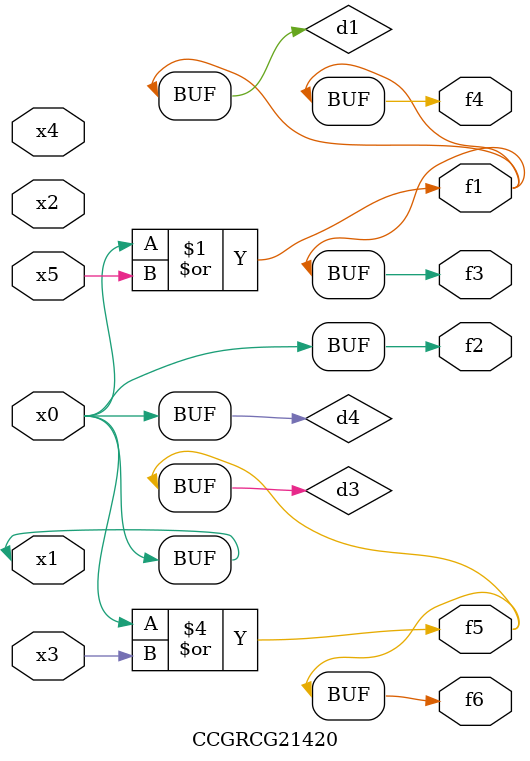
<source format=v>
module CCGRCG21420(
	input x0, x1, x2, x3, x4, x5,
	output f1, f2, f3, f4, f5, f6
);

	wire d1, d2, d3, d4;

	or (d1, x0, x5);
	xnor (d2, x1, x4);
	or (d3, x0, x3);
	buf (d4, x0, x1);
	assign f1 = d1;
	assign f2 = d4;
	assign f3 = d1;
	assign f4 = d1;
	assign f5 = d3;
	assign f6 = d3;
endmodule

</source>
